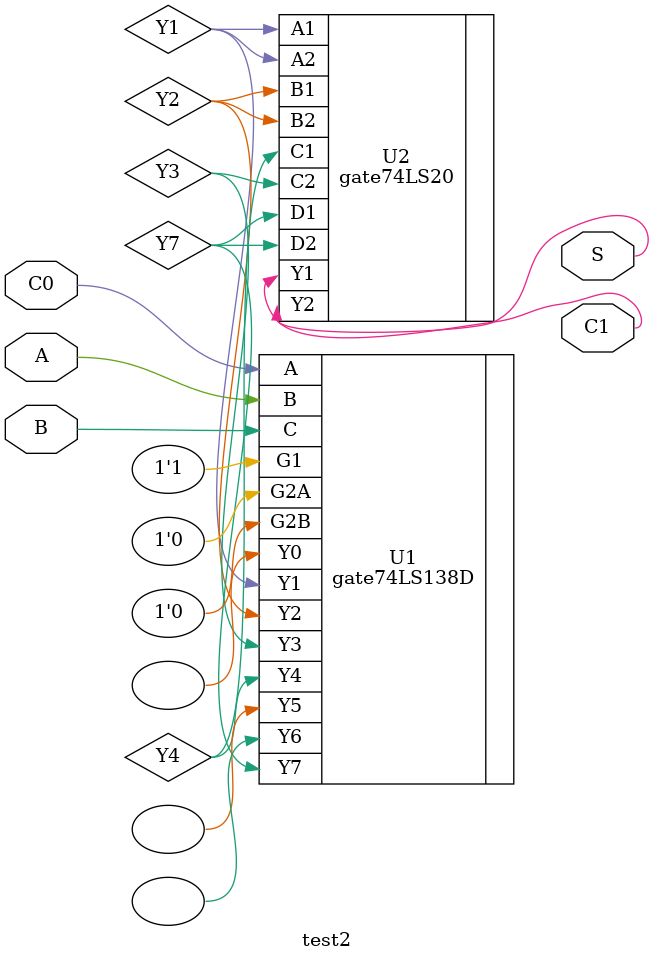
<source format=v>
module test2(C0,A,B,S,C1);
input A,B,C0;
output S,C1;
wire  Y1,Y2,Y3,Y4,Y7;
gate74LS138D U1(.A(C0),.B(A),.C(B),.G1(1'b1),.G2A(1'b0),.G2B(1'b0),.Y0(),.Y1(Y1),.Y2(Y2),.Y3(Y3),.Y4(Y4),.Y5(),.Y6(),.Y7(Y7));
gate74LS20 U2(.A1(Y1),.B1(Y2),.C1(Y4),.D1(Y7),.Y1(S),.A2(Y1),.B2(Y2),.C2(Y3),.D2(Y7),.Y2(C1));
endmodule
</source>
